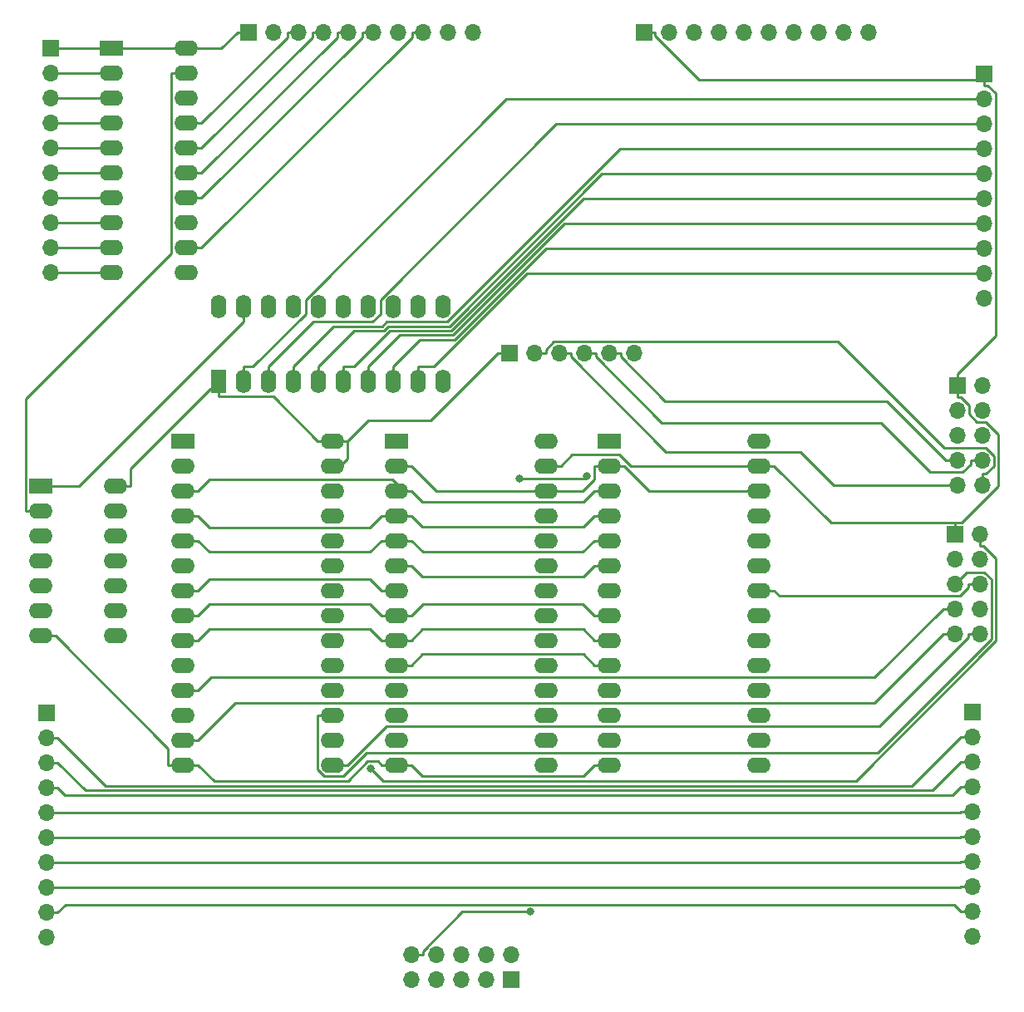
<source format=gbr>
%TF.GenerationSoftware,KiCad,Pcbnew,6.0.2+dfsg-1*%
%TF.CreationDate,2023-02-27T20:22:31-05:00*%
%TF.ProjectId,DatapathController,44617461-7061-4746-9843-6f6e74726f6c,rev?*%
%TF.SameCoordinates,Original*%
%TF.FileFunction,Copper,L1,Top*%
%TF.FilePolarity,Positive*%
%FSLAX46Y46*%
G04 Gerber Fmt 4.6, Leading zero omitted, Abs format (unit mm)*
G04 Created by KiCad (PCBNEW 6.0.2+dfsg-1) date 2023-02-27 20:22:31*
%MOMM*%
%LPD*%
G01*
G04 APERTURE LIST*
%TA.AperFunction,ComponentPad*%
%ADD10R,1.700000X1.700000*%
%TD*%
%TA.AperFunction,ComponentPad*%
%ADD11O,1.700000X1.700000*%
%TD*%
%TA.AperFunction,ComponentPad*%
%ADD12R,2.400000X1.600000*%
%TD*%
%TA.AperFunction,ComponentPad*%
%ADD13O,2.400000X1.600000*%
%TD*%
%TA.AperFunction,ComponentPad*%
%ADD14R,1.600000X2.400000*%
%TD*%
%TA.AperFunction,ComponentPad*%
%ADD15O,1.600000X2.400000*%
%TD*%
%TA.AperFunction,ViaPad*%
%ADD16C,0.800000*%
%TD*%
%TA.AperFunction,Conductor*%
%ADD17C,0.250000*%
%TD*%
G04 APERTURE END LIST*
D10*
%TO.P,J7,1,Pin_1*%
%TO.N,VCC*%
X112485000Y-53925000D03*
D11*
%TO.P,J7,2,Pin_2*%
%TO.N,Net-(J7-Pad2)*%
X115025000Y-53925000D03*
%TO.P,J7,3,Pin_3*%
%TO.N,Net-(J7-Pad3)*%
X112485000Y-56465000D03*
%TO.P,J7,4,Pin_4*%
%TO.N,Net-(J7-Pad4)*%
X115025000Y-56465000D03*
%TO.P,J7,5,Pin_5*%
%TO.N,Net-(J7-Pad5)*%
X112485000Y-59005000D03*
%TO.P,J7,6,Pin_6*%
%TO.N,GND*%
X115025000Y-59005000D03*
%TO.P,J7,7,Pin_7*%
%TO.N,Net-(J7-Pad7)*%
X112485000Y-61545000D03*
%TO.P,J7,8,Pin_8*%
%TO.N,Net-(J7-Pad8)*%
X115025000Y-61545000D03*
%TO.P,J7,9,Pin_9*%
%TO.N,Net-(J7-Pad9)*%
X112485000Y-64085000D03*
%TO.P,J7,10,Pin_10*%
%TO.N,Net-(J7-Pad10)*%
X115025000Y-64085000D03*
%TD*%
D10*
%TO.P,J6,1,Pin_1*%
%TO.N,VCC*%
X112225000Y-69045000D03*
D11*
%TO.P,J6,2,Pin_2*%
%TO.N,Net-(J6-Pad2)*%
X114765000Y-69045000D03*
%TO.P,J6,3,Pin_3*%
%TO.N,CLK*%
X112225000Y-71585000D03*
%TO.P,J6,4,Pin_4*%
%TO.N,unconnected-(J6-Pad4)*%
X114765000Y-71585000D03*
%TO.P,J6,5,Pin_5*%
%TO.N,Net-(J6-Pad5)*%
X112225000Y-74125000D03*
%TO.P,J6,6,Pin_6*%
%TO.N,GND*%
X114765000Y-74125000D03*
%TO.P,J6,7,Pin_7*%
%TO.N,Net-(J6-Pad7)*%
X112225000Y-76665000D03*
%TO.P,J6,8,Pin_8*%
%TO.N,Net-(J6-Pad8)*%
X114765000Y-76665000D03*
%TO.P,J6,9,Pin_9*%
%TO.N,Net-(J6-Pad9)*%
X112225000Y-79205000D03*
%TO.P,J6,10,Pin_10*%
%TO.N,Net-(J6-Pad10)*%
X114765000Y-79205000D03*
%TD*%
D12*
%TO.P,U6,1,A14*%
%TO.N,GND*%
X77055000Y-59535000D03*
D13*
%TO.P,U6,2,A12*%
X77055000Y-62075000D03*
%TO.P,U6,3,A7*%
%TO.N,/DecodeIns/A_{7}*%
X77055000Y-64615000D03*
%TO.P,U6,4,A6*%
%TO.N,/DecodeIns/A_{6}*%
X77055000Y-67155000D03*
%TO.P,U6,5,A5*%
%TO.N,/DecodeIns/A_{5}*%
X77055000Y-69695000D03*
%TO.P,U6,6,A4*%
%TO.N,/DecodeIns/A_{4}*%
X77055000Y-72235000D03*
%TO.P,U6,7,A3*%
%TO.N,/DecodeIns/A_{3}*%
X77055000Y-74775000D03*
%TO.P,U6,8,A2*%
%TO.N,/DecodeIns/A_{2}*%
X77055000Y-77315000D03*
%TO.P,U6,9,A1*%
%TO.N,/DecodeIns/A_{1}*%
X77055000Y-79855000D03*
%TO.P,U6,10,A0*%
%TO.N,/DecodeIns/A_{0}*%
X77055000Y-82395000D03*
%TO.P,U6,11,D0*%
%TO.N,Net-(J7-Pad2)*%
X77055000Y-84935000D03*
%TO.P,U6,12,D1*%
%TO.N,Net-(J7-Pad3)*%
X77055000Y-87475000D03*
%TO.P,U6,13,D2*%
%TO.N,Net-(J7-Pad4)*%
X77055000Y-90015000D03*
%TO.P,U6,14,GND*%
%TO.N,GND*%
X77055000Y-92555000D03*
%TO.P,U6,15,D3*%
%TO.N,Net-(J7-Pad5)*%
X92295000Y-92555000D03*
%TO.P,U6,16,D4*%
%TO.N,unconnected-(U6-Pad16)*%
X92295000Y-90015000D03*
%TO.P,U6,17,D5*%
%TO.N,unconnected-(U6-Pad17)*%
X92295000Y-87475000D03*
%TO.P,U6,18,D6*%
%TO.N,unconnected-(U6-Pad18)*%
X92295000Y-84935000D03*
%TO.P,U6,19,D7*%
%TO.N,unconnected-(U6-Pad19)*%
X92295000Y-82395000D03*
%TO.P,U6,20,~{CS}*%
%TO.N,GND*%
X92295000Y-79855000D03*
%TO.P,U6,21,A10*%
X92295000Y-77315000D03*
%TO.P,U6,22,~{OE}*%
X92295000Y-74775000D03*
%TO.P,U6,23,A11*%
X92295000Y-72235000D03*
%TO.P,U6,24,A9*%
X92295000Y-69695000D03*
%TO.P,U6,25,A8*%
X92295000Y-67155000D03*
%TO.P,U6,26,A13*%
X92295000Y-64615000D03*
%TO.P,U6,27,~{WE}*%
%TO.N,VCC*%
X92295000Y-62075000D03*
%TO.P,U6,28,VCC*%
X92295000Y-59535000D03*
%TD*%
D12*
%TO.P,U5,1,A14*%
%TO.N,GND*%
X33635000Y-59535000D03*
D13*
%TO.P,U5,2,A12*%
X33635000Y-62075000D03*
%TO.P,U5,3,A7*%
%TO.N,/DecodeIns/A_{7}*%
X33635000Y-64615000D03*
%TO.P,U5,4,A6*%
%TO.N,/DecodeIns/A_{6}*%
X33635000Y-67155000D03*
%TO.P,U5,5,A5*%
%TO.N,/DecodeIns/A_{5}*%
X33635000Y-69695000D03*
%TO.P,U5,6,A4*%
%TO.N,/DecodeIns/A_{4}*%
X33635000Y-72235000D03*
%TO.P,U5,7,A3*%
%TO.N,/DecodeIns/A_{3}*%
X33635000Y-74775000D03*
%TO.P,U5,8,A2*%
%TO.N,/DecodeIns/A_{2}*%
X33635000Y-77315000D03*
%TO.P,U5,9,A1*%
%TO.N,/DecodeIns/A_{1}*%
X33635000Y-79855000D03*
%TO.P,U5,10,A0*%
%TO.N,/DecodeIns/A_{0}*%
X33635000Y-82395000D03*
%TO.P,U5,11,D0*%
%TO.N,Net-(J6-Pad7)*%
X33635000Y-84935000D03*
%TO.P,U5,12,D1*%
%TO.N,Net-(J6-Pad8)*%
X33635000Y-87475000D03*
%TO.P,U5,13,D2*%
%TO.N,Net-(J6-Pad9)*%
X33635000Y-90015000D03*
%TO.P,U5,14,GND*%
%TO.N,GND*%
X33635000Y-92555000D03*
%TO.P,U5,15,D3*%
%TO.N,Net-(J6-Pad10)*%
X48875000Y-92555000D03*
%TO.P,U5,16,D4*%
%TO.N,Net-(J6-Pad2)*%
X48875000Y-90015000D03*
%TO.P,U5,17,D5*%
%TO.N,Net-(J6-Pad5)*%
X48875000Y-87475000D03*
%TO.P,U5,18,D6*%
%TO.N,unconnected-(U5-Pad18)*%
X48875000Y-84935000D03*
%TO.P,U5,19,D7*%
%TO.N,unconnected-(U5-Pad19)*%
X48875000Y-82395000D03*
%TO.P,U5,20,~{CS}*%
%TO.N,GND*%
X48875000Y-79855000D03*
%TO.P,U5,21,A10*%
X48875000Y-77315000D03*
%TO.P,U5,22,~{OE}*%
X48875000Y-74775000D03*
%TO.P,U5,23,A11*%
X48875000Y-72235000D03*
%TO.P,U5,24,A9*%
X48875000Y-69695000D03*
%TO.P,U5,25,A8*%
X48875000Y-67155000D03*
%TO.P,U5,26,A13*%
X48875000Y-64615000D03*
%TO.P,U5,27,~{WE}*%
%TO.N,VCC*%
X48875000Y-62075000D03*
%TO.P,U5,28,VCC*%
X48875000Y-59535000D03*
%TD*%
D12*
%TO.P,U4,1,A14*%
%TO.N,GND*%
X55345000Y-59535000D03*
D13*
%TO.P,U4,2,A12*%
X55345000Y-62075000D03*
%TO.P,U4,3,A7*%
%TO.N,/DecodeIns/A_{7}*%
X55345000Y-64615000D03*
%TO.P,U4,4,A6*%
%TO.N,/DecodeIns/A_{6}*%
X55345000Y-67155000D03*
%TO.P,U4,5,A5*%
%TO.N,/DecodeIns/A_{5}*%
X55345000Y-69695000D03*
%TO.P,U4,6,A4*%
%TO.N,/DecodeIns/A_{4}*%
X55345000Y-72235000D03*
%TO.P,U4,7,A3*%
%TO.N,/DecodeIns/A_{3}*%
X55345000Y-74775000D03*
%TO.P,U4,8,A2*%
%TO.N,/DecodeIns/A_{2}*%
X55345000Y-77315000D03*
%TO.P,U4,9,A1*%
%TO.N,/DecodeIns/A_{1}*%
X55345000Y-79855000D03*
%TO.P,U4,10,A0*%
%TO.N,/DecodeIns/A_{0}*%
X55345000Y-82395000D03*
%TO.P,U4,11,D0*%
%TO.N,Net-(J5-Pad7)*%
X55345000Y-84935000D03*
%TO.P,U4,12,D1*%
%TO.N,Net-(J5-Pad8)*%
X55345000Y-87475000D03*
%TO.P,U4,13,D2*%
%TO.N,Net-(J5-Pad9)*%
X55345000Y-90015000D03*
%TO.P,U4,14,GND*%
%TO.N,GND*%
X55345000Y-92555000D03*
%TO.P,U4,15,D3*%
%TO.N,Net-(J5-Pad10)*%
X70585000Y-92555000D03*
%TO.P,U4,16,D4*%
%TO.N,Net-(J5-Pad2)*%
X70585000Y-90015000D03*
%TO.P,U4,17,D5*%
%TO.N,Net-(J5-Pad3)*%
X70585000Y-87475000D03*
%TO.P,U4,18,D6*%
%TO.N,Net-(J5-Pad4)*%
X70585000Y-84935000D03*
%TO.P,U4,19,D7*%
%TO.N,unconnected-(U4-Pad19)*%
X70585000Y-82395000D03*
%TO.P,U4,20,~{CS}*%
%TO.N,GND*%
X70585000Y-79855000D03*
%TO.P,U4,21,A10*%
X70585000Y-77315000D03*
%TO.P,U4,22,~{OE}*%
X70585000Y-74775000D03*
%TO.P,U4,23,A11*%
X70585000Y-72235000D03*
%TO.P,U4,24,A9*%
X70585000Y-69695000D03*
%TO.P,U4,25,A8*%
X70585000Y-67155000D03*
%TO.P,U4,26,A13*%
X70585000Y-64615000D03*
%TO.P,U4,27,~{WE}*%
%TO.N,VCC*%
X70585000Y-62075000D03*
%TO.P,U4,28,VCC*%
X70585000Y-59535000D03*
%TD*%
D12*
%TO.P,U3,1,A->B*%
%TO.N,VCC*%
X26350000Y-19535000D03*
D13*
%TO.P,U3,2,A0*%
%TO.N,Net-(IMM1-Pad2)*%
X26350000Y-22075000D03*
%TO.P,U3,3,A1*%
%TO.N,Net-(IMM1-Pad3)*%
X26350000Y-24615000D03*
%TO.P,U3,4,A2*%
%TO.N,Net-(IMM1-Pad4)*%
X26350000Y-27155000D03*
%TO.P,U3,5,A3*%
%TO.N,Net-(IMM1-Pad5)*%
X26350000Y-29695000D03*
%TO.P,U3,6,A4*%
%TO.N,Net-(IMM1-Pad6)*%
X26350000Y-32235000D03*
%TO.P,U3,7,A5*%
%TO.N,Net-(IMM1-Pad7)*%
X26350000Y-34775000D03*
%TO.P,U3,8,A6*%
%TO.N,Net-(IMM1-Pad8)*%
X26350000Y-37315000D03*
%TO.P,U3,9,A7*%
%TO.N,Net-(IMM1-Pad9)*%
X26350000Y-39855000D03*
%TO.P,U3,10,GND*%
%TO.N,GND*%
X26350000Y-42395000D03*
%TO.P,U3,11,B7*%
%TO.N,Net-(J1-Pad9)*%
X33970000Y-42395000D03*
%TO.P,U3,12,B6*%
%TO.N,Net-(J1-Pad8)*%
X33970000Y-39855000D03*
%TO.P,U3,13,B5*%
%TO.N,Net-(J1-Pad7)*%
X33970000Y-37315000D03*
%TO.P,U3,14,B4*%
%TO.N,Net-(J1-Pad6)*%
X33970000Y-34775000D03*
%TO.P,U3,15,B3*%
%TO.N,Net-(J1-Pad5)*%
X33970000Y-32235000D03*
%TO.P,U3,16,B2*%
%TO.N,Net-(J1-Pad4)*%
X33970000Y-29695000D03*
%TO.P,U3,17,B1*%
%TO.N,Net-(J1-Pad3)*%
X33970000Y-27155000D03*
%TO.P,U3,18,B0*%
%TO.N,Net-(J1-Pad2)*%
X33970000Y-24615000D03*
%TO.P,U3,19,CE*%
%TO.N,Net-(U1-Pad2)*%
X33970000Y-22075000D03*
%TO.P,U3,20,VCC*%
%TO.N,VCC*%
X33970000Y-19535000D03*
%TD*%
D14*
%TO.P,U2,1,A->B*%
%TO.N,VCC*%
X37205000Y-53500000D03*
D15*
%TO.P,U2,2,A0*%
%TO.N,Net-(RD1-Pad2)*%
X39745000Y-53500000D03*
%TO.P,U2,3,A1*%
%TO.N,Net-(RD1-Pad3)*%
X42285000Y-53500000D03*
%TO.P,U2,4,A2*%
%TO.N,Net-(RD1-Pad4)*%
X44825000Y-53500000D03*
%TO.P,U2,5,A3*%
%TO.N,Net-(RD1-Pad5)*%
X47365000Y-53500000D03*
%TO.P,U2,6,A4*%
%TO.N,Net-(RD1-Pad6)*%
X49905000Y-53500000D03*
%TO.P,U2,7,A5*%
%TO.N,Net-(RD1-Pad7)*%
X52445000Y-53500000D03*
%TO.P,U2,8,A6*%
%TO.N,Net-(RD1-Pad8)*%
X54985000Y-53500000D03*
%TO.P,U2,9,A7*%
%TO.N,Net-(RD1-Pad9)*%
X57525000Y-53500000D03*
%TO.P,U2,10,GND*%
%TO.N,GND*%
X60065000Y-53500000D03*
%TO.P,U2,11,B7*%
%TO.N,Net-(J1-Pad9)*%
X60065000Y-45880000D03*
%TO.P,U2,12,B6*%
%TO.N,Net-(J1-Pad8)*%
X57525000Y-45880000D03*
%TO.P,U2,13,B5*%
%TO.N,Net-(J1-Pad7)*%
X54985000Y-45880000D03*
%TO.P,U2,14,B4*%
%TO.N,Net-(J1-Pad6)*%
X52445000Y-45880000D03*
%TO.P,U2,15,B3*%
%TO.N,Net-(J1-Pad5)*%
X49905000Y-45880000D03*
%TO.P,U2,16,B2*%
%TO.N,Net-(J1-Pad4)*%
X47365000Y-45880000D03*
%TO.P,U2,17,B1*%
%TO.N,Net-(J1-Pad3)*%
X44825000Y-45880000D03*
%TO.P,U2,18,B0*%
%TO.N,Net-(J1-Pad2)*%
X42285000Y-45880000D03*
%TO.P,U2,19,CE*%
%TO.N,~{IMM}*%
X39745000Y-45880000D03*
%TO.P,U2,20,VCC*%
%TO.N,VCC*%
X37205000Y-45880000D03*
%TD*%
D12*
%TO.P,U1,1*%
%TO.N,~{IMM}*%
X19110000Y-64165000D03*
D13*
%TO.P,U1,2*%
%TO.N,Net-(U1-Pad2)*%
X19110000Y-66705000D03*
%TO.P,U1,3*%
%TO.N,unconnected-(U1-Pad3)*%
X19110000Y-69245000D03*
%TO.P,U1,4*%
%TO.N,unconnected-(U1-Pad4)*%
X19110000Y-71785000D03*
%TO.P,U1,5*%
%TO.N,unconnected-(U1-Pad5)*%
X19110000Y-74325000D03*
%TO.P,U1,6*%
%TO.N,unconnected-(U1-Pad6)*%
X19110000Y-76865000D03*
%TO.P,U1,7,GND*%
%TO.N,GND*%
X19110000Y-79405000D03*
%TO.P,U1,8*%
%TO.N,unconnected-(U1-Pad8)*%
X26730000Y-79405000D03*
%TO.P,U1,9*%
%TO.N,unconnected-(U1-Pad9)*%
X26730000Y-76865000D03*
%TO.P,U1,10*%
%TO.N,unconnected-(U1-Pad10)*%
X26730000Y-74325000D03*
%TO.P,U1,11*%
%TO.N,unconnected-(U1-Pad11)*%
X26730000Y-71785000D03*
%TO.P,U1,12*%
%TO.N,unconnected-(U1-Pad12)*%
X26730000Y-69245000D03*
%TO.P,U1,13*%
%TO.N,unconnected-(U1-Pad13)*%
X26730000Y-66705000D03*
%TO.P,U1,14,VCC*%
%TO.N,VCC*%
X26730000Y-64165000D03*
%TD*%
D10*
%TO.P,RD1,1,Pin_1*%
%TO.N,VCC*%
X115205000Y-22140000D03*
D11*
%TO.P,RD1,2,Pin_2*%
%TO.N,Net-(RD1-Pad2)*%
X115205000Y-24680000D03*
%TO.P,RD1,3,Pin_3*%
%TO.N,Net-(RD1-Pad3)*%
X115205000Y-27220000D03*
%TO.P,RD1,4,Pin_4*%
%TO.N,Net-(RD1-Pad4)*%
X115205000Y-29760000D03*
%TO.P,RD1,5,Pin_5*%
%TO.N,Net-(RD1-Pad5)*%
X115205000Y-32300000D03*
%TO.P,RD1,6,Pin_6*%
%TO.N,Net-(RD1-Pad6)*%
X115205000Y-34840000D03*
%TO.P,RD1,7,Pin_7*%
%TO.N,Net-(RD1-Pad7)*%
X115205000Y-37380000D03*
%TO.P,RD1,8,Pin_8*%
%TO.N,Net-(RD1-Pad8)*%
X115205000Y-39920000D03*
%TO.P,RD1,9,Pin_9*%
%TO.N,Net-(RD1-Pad9)*%
X115205000Y-42460000D03*
%TO.P,RD1,10,Pin_10*%
%TO.N,GND*%
X115205000Y-45000000D03*
%TD*%
D10*
%TO.P,J8,1,Pin_1*%
%TO.N,VCC*%
X66850000Y-50600000D03*
D11*
%TO.P,J8,2,Pin_2*%
%TO.N,Net-(J7-Pad10)*%
X69390000Y-50600000D03*
%TO.P,J8,3,Pin_3*%
%TO.N,Net-(J7-Pad9)*%
X71930000Y-50600000D03*
%TO.P,J8,4,Pin_4*%
%TO.N,Net-(J7-Pad8)*%
X74470000Y-50600000D03*
%TO.P,J8,5,Pin_5*%
%TO.N,Net-(J7-Pad7)*%
X77010000Y-50600000D03*
%TO.P,J8,6,Pin_6*%
%TO.N,GND*%
X79550000Y-50600000D03*
%TD*%
D10*
%TO.P,J5,1,Pin_1*%
%TO.N,VCC*%
X67040000Y-114426500D03*
D11*
%TO.P,J5,2,Pin_2*%
%TO.N,Net-(J5-Pad2)*%
X67040000Y-111886500D03*
%TO.P,J5,3,Pin_3*%
%TO.N,Net-(J5-Pad3)*%
X64500000Y-114426500D03*
%TO.P,J5,4,Pin_4*%
%TO.N,Net-(J5-Pad4)*%
X64500000Y-111886500D03*
%TO.P,J5,5,Pin_5*%
%TO.N,CLK*%
X61960000Y-114426500D03*
%TO.P,J5,6,Pin_6*%
%TO.N,GND*%
X61960000Y-111886500D03*
%TO.P,J5,7,Pin_7*%
%TO.N,Net-(J5-Pad7)*%
X59420000Y-114426500D03*
%TO.P,J5,8,Pin_8*%
%TO.N,Net-(J5-Pad8)*%
X59420000Y-111886500D03*
%TO.P,J5,9,Pin_9*%
%TO.N,Net-(J5-Pad9)*%
X56880000Y-114426500D03*
%TO.P,J5,10,Pin_10*%
%TO.N,Net-(J5-Pad10)*%
X56880000Y-111886500D03*
%TD*%
D10*
%TO.P,J4,1,Pin_1*%
%TO.N,VCC*%
X114045000Y-87140000D03*
D11*
%TO.P,J4,2,Pin_2*%
%TO.N,Net-(J3-Pad2)*%
X114045000Y-89680000D03*
%TO.P,J4,3,Pin_3*%
%TO.N,Net-(J3-Pad3)*%
X114045000Y-92220000D03*
%TO.P,J4,4,Pin_4*%
%TO.N,Net-(J3-Pad4)*%
X114045000Y-94760000D03*
%TO.P,J4,5,Pin_5*%
%TO.N,Net-(J3-Pad5)*%
X114045000Y-97300000D03*
%TO.P,J4,6,Pin_6*%
%TO.N,Net-(J3-Pad6)*%
X114045000Y-99840000D03*
%TO.P,J4,7,Pin_7*%
%TO.N,Net-(J3-Pad7)*%
X114045000Y-102380000D03*
%TO.P,J4,8,Pin_8*%
%TO.N,Net-(J3-Pad8)*%
X114045000Y-104920000D03*
%TO.P,J4,9,Pin_9*%
%TO.N,Net-(J3-Pad9)*%
X114045000Y-107460000D03*
%TO.P,J4,10,Pin_10*%
%TO.N,GND*%
X114045000Y-110000000D03*
%TD*%
D10*
%TO.P,J3,1,Pin_1*%
%TO.N,VCC*%
X19680000Y-87260000D03*
D11*
%TO.P,J3,2,Pin_2*%
%TO.N,Net-(J3-Pad2)*%
X19680000Y-89800000D03*
%TO.P,J3,3,Pin_3*%
%TO.N,Net-(J3-Pad3)*%
X19680000Y-92340000D03*
%TO.P,J3,4,Pin_4*%
%TO.N,Net-(J3-Pad4)*%
X19680000Y-94880000D03*
%TO.P,J3,5,Pin_5*%
%TO.N,Net-(J3-Pad5)*%
X19680000Y-97420000D03*
%TO.P,J3,6,Pin_6*%
%TO.N,Net-(J3-Pad6)*%
X19680000Y-99960000D03*
%TO.P,J3,7,Pin_7*%
%TO.N,Net-(J3-Pad7)*%
X19680000Y-102500000D03*
%TO.P,J3,8,Pin_8*%
%TO.N,Net-(J3-Pad8)*%
X19680000Y-105040000D03*
%TO.P,J3,9,Pin_9*%
%TO.N,Net-(J3-Pad9)*%
X19680000Y-107580000D03*
%TO.P,J3,10,Pin_10*%
%TO.N,GND*%
X19680000Y-110120000D03*
%TD*%
D10*
%TO.P,J2,1,Pin_1*%
%TO.N,VCC*%
X80550000Y-17910000D03*
D11*
%TO.P,J2,2,Pin_2*%
%TO.N,/DecodeIns/A_{0}*%
X83090000Y-17910000D03*
%TO.P,J2,3,Pin_3*%
%TO.N,/DecodeIns/A_{1}*%
X85630000Y-17910000D03*
%TO.P,J2,4,Pin_4*%
%TO.N,/DecodeIns/A_{2}*%
X88170000Y-17910000D03*
%TO.P,J2,5,Pin_5*%
%TO.N,/DecodeIns/A_{3}*%
X90710000Y-17910000D03*
%TO.P,J2,6,Pin_6*%
%TO.N,/DecodeIns/A_{4}*%
X93250000Y-17910000D03*
%TO.P,J2,7,Pin_7*%
%TO.N,/DecodeIns/A_{5}*%
X95790000Y-17910000D03*
%TO.P,J2,8,Pin_8*%
%TO.N,/DecodeIns/A_{6}*%
X98330000Y-17910000D03*
%TO.P,J2,9,Pin_9*%
%TO.N,/DecodeIns/A_{7}*%
X100870000Y-17910000D03*
%TO.P,J2,10,Pin_10*%
%TO.N,GND*%
X103410000Y-17910000D03*
%TD*%
D10*
%TO.P,J1,1,Pin_1*%
%TO.N,VCC*%
X40330000Y-17885000D03*
D11*
%TO.P,J1,2,Pin_2*%
%TO.N,Net-(J1-Pad2)*%
X42870000Y-17885000D03*
%TO.P,J1,3,Pin_3*%
%TO.N,Net-(J1-Pad3)*%
X45410000Y-17885000D03*
%TO.P,J1,4,Pin_4*%
%TO.N,Net-(J1-Pad4)*%
X47950000Y-17885000D03*
%TO.P,J1,5,Pin_5*%
%TO.N,Net-(J1-Pad5)*%
X50490000Y-17885000D03*
%TO.P,J1,6,Pin_6*%
%TO.N,Net-(J1-Pad6)*%
X53030000Y-17885000D03*
%TO.P,J1,7,Pin_7*%
%TO.N,Net-(J1-Pad7)*%
X55570000Y-17885000D03*
%TO.P,J1,8,Pin_8*%
%TO.N,Net-(J1-Pad8)*%
X58110000Y-17885000D03*
%TO.P,J1,9,Pin_9*%
%TO.N,Net-(J1-Pad9)*%
X60650000Y-17885000D03*
%TO.P,J1,10,Pin_10*%
%TO.N,GND*%
X63190000Y-17885000D03*
%TD*%
D10*
%TO.P,IMM1,1,Pin_1*%
%TO.N,VCC*%
X20110000Y-19550000D03*
D11*
%TO.P,IMM1,2,Pin_2*%
%TO.N,Net-(IMM1-Pad2)*%
X20110000Y-22090000D03*
%TO.P,IMM1,3,Pin_3*%
%TO.N,Net-(IMM1-Pad3)*%
X20110000Y-24630000D03*
%TO.P,IMM1,4,Pin_4*%
%TO.N,Net-(IMM1-Pad4)*%
X20110000Y-27170000D03*
%TO.P,IMM1,5,Pin_5*%
%TO.N,Net-(IMM1-Pad5)*%
X20110000Y-29710000D03*
%TO.P,IMM1,6,Pin_6*%
%TO.N,Net-(IMM1-Pad6)*%
X20110000Y-32250000D03*
%TO.P,IMM1,7,Pin_7*%
%TO.N,Net-(IMM1-Pad7)*%
X20110000Y-34790000D03*
%TO.P,IMM1,8,Pin_8*%
%TO.N,Net-(IMM1-Pad8)*%
X20110000Y-37330000D03*
%TO.P,IMM1,9,Pin_9*%
%TO.N,Net-(IMM1-Pad9)*%
X20110000Y-39870000D03*
%TO.P,IMM1,10,Pin_10*%
%TO.N,GND*%
X20110000Y-42410000D03*
%TD*%
D16*
%TO.N,Net-(J6-Pad2)*%
X52752400Y-92918800D03*
%TO.N,Net-(J5-Pad10)*%
X69028700Y-107522300D03*
%TO.N,/DecodeIns/A_{3}*%
X74778000Y-63129900D03*
X67925200Y-63345000D03*
%TD*%
D17*
%TO.N,Net-(U1-Pad2)*%
X32444900Y-40418800D02*
X32444900Y-22075000D01*
X17584900Y-55278800D02*
X32444900Y-40418800D01*
X17584900Y-66705000D02*
X17584900Y-55278800D01*
X19110000Y-66705000D02*
X17584900Y-66705000D01*
X33970000Y-22075000D02*
X32444900Y-22075000D01*
%TO.N,~{IMM}*%
X22985100Y-64165000D02*
X39745000Y-47405100D01*
X19110000Y-64165000D02*
X22985100Y-64165000D01*
X39745000Y-45880000D02*
X39745000Y-47405100D01*
%TO.N,Net-(RD1-Pad9)*%
X57525000Y-53500000D02*
X57525000Y-51974900D01*
X68693000Y-42460000D02*
X115205000Y-42460000D01*
X59178100Y-51974900D02*
X68693000Y-42460000D01*
X57525000Y-51974900D02*
X59178100Y-51974900D01*
%TO.N,Net-(RD1-Pad8)*%
X54985000Y-53500000D02*
X54985000Y-51974900D01*
X70596400Y-39920000D02*
X115205000Y-39920000D01*
X61310800Y-49205600D02*
X70596400Y-39920000D01*
X57754300Y-49205600D02*
X61310800Y-49205600D01*
X54985000Y-51974900D02*
X57754300Y-49205600D01*
%TO.N,Net-(RD1-Pad7)*%
X52445000Y-53500000D02*
X52445000Y-51974900D01*
X72499800Y-37380000D02*
X115205000Y-37380000D01*
X61124300Y-48755500D02*
X72499800Y-37380000D01*
X55664400Y-48755500D02*
X61124300Y-48755500D01*
X52445000Y-51974900D02*
X55664400Y-48755500D01*
%TO.N,Net-(RD1-Pad6)*%
X49905000Y-53500000D02*
X49905000Y-51974900D01*
X74403200Y-34840000D02*
X115205000Y-34840000D01*
X60937800Y-48305400D02*
X74403200Y-34840000D01*
X54724500Y-48305400D02*
X60937800Y-48305400D01*
X51055000Y-51974900D02*
X54724500Y-48305400D01*
X49905000Y-51974900D02*
X51055000Y-51974900D01*
%TO.N,Net-(RD1-Pad5)*%
X47365000Y-53500000D02*
X47365000Y-51974900D01*
X115205000Y-32300000D02*
X114029900Y-32300000D01*
X76306600Y-32300000D02*
X114029900Y-32300000D01*
X60751300Y-47855300D02*
X76306600Y-32300000D01*
X54538000Y-47855300D02*
X60751300Y-47855300D01*
X54088000Y-48305300D02*
X54538000Y-47855300D01*
X51034600Y-48305300D02*
X54088000Y-48305300D01*
X47365000Y-51974900D02*
X51034600Y-48305300D01*
%TO.N,Net-(RD1-Pad4)*%
X44825000Y-53500000D02*
X44825000Y-51974900D01*
X114029900Y-29760100D02*
X114029900Y-29760000D01*
X78176000Y-29760100D02*
X114029900Y-29760100D01*
X60531000Y-47405100D02*
X78176000Y-29760100D01*
X54351500Y-47405100D02*
X60531000Y-47405100D01*
X53901400Y-47855200D02*
X54351500Y-47405100D01*
X48944700Y-47855200D02*
X53901400Y-47855200D01*
X44825000Y-51974900D02*
X48944700Y-47855200D01*
X115205000Y-29760000D02*
X114029900Y-29760000D01*
%TO.N,Net-(RD1-Pad3)*%
X46854800Y-47405100D02*
X42285000Y-51974900D01*
X52915100Y-47405100D02*
X46854800Y-47405100D01*
X53715000Y-46605200D02*
X52915100Y-47405100D01*
X53715000Y-45154600D02*
X53715000Y-46605200D01*
X71649600Y-27220000D02*
X53715000Y-45154600D01*
X115205000Y-27220000D02*
X71649600Y-27220000D01*
X42285000Y-53500000D02*
X42285000Y-51974900D01*
%TO.N,Net-(RD1-Pad2)*%
X40740700Y-51974900D02*
X39745000Y-51974900D01*
X46095000Y-46620600D02*
X40740700Y-51974900D01*
X46095000Y-45154500D02*
X46095000Y-46620600D01*
X66569500Y-24680000D02*
X46095000Y-45154500D01*
X115205000Y-24680000D02*
X66569500Y-24680000D01*
X39745000Y-53500000D02*
X39745000Y-51974900D01*
%TO.N,Net-(J7-Pad10)*%
X115390200Y-62909900D02*
X115025000Y-62909900D01*
X116216000Y-62084100D02*
X115390200Y-62909900D01*
X116216000Y-61061400D02*
X116216000Y-62084100D01*
X115429600Y-60275000D02*
X116216000Y-61061400D01*
X111159600Y-60275000D02*
X115429600Y-60275000D01*
X100291300Y-49406700D02*
X111159600Y-60275000D01*
X71391200Y-49406700D02*
X100291300Y-49406700D01*
X70565100Y-50232800D02*
X71391200Y-49406700D01*
X70565100Y-50600000D02*
X70565100Y-50232800D01*
X69390000Y-50600000D02*
X70565100Y-50600000D01*
X115025000Y-64085000D02*
X115025000Y-62909900D01*
%TO.N,Net-(J7-Pad9)*%
X99928700Y-64085000D02*
X112485000Y-64085000D01*
X96503900Y-60660200D02*
X99928700Y-64085000D01*
X82798100Y-60660200D02*
X96503900Y-60660200D01*
X73105100Y-50967200D02*
X82798100Y-60660200D01*
X73105100Y-50600000D02*
X73105100Y-50967200D01*
X71930000Y-50600000D02*
X73105100Y-50600000D01*
%TO.N,Net-(J7-Pad8)*%
X113849900Y-61910200D02*
X113849900Y-61545000D01*
X113033900Y-62726200D02*
X113849900Y-61910200D01*
X109708300Y-62726200D02*
X113033900Y-62726200D01*
X104693500Y-57711400D02*
X109708300Y-62726200D01*
X82389300Y-57711400D02*
X104693500Y-57711400D01*
X75645100Y-50967200D02*
X82389300Y-57711400D01*
X75645100Y-50600000D02*
X75645100Y-50967200D01*
X74470000Y-50600000D02*
X75645100Y-50600000D01*
X115025000Y-61545000D02*
X113849900Y-61545000D01*
%TO.N,Net-(J7-Pad7)*%
X77010000Y-50600000D02*
X78185100Y-50600000D01*
X112485000Y-61545000D02*
X111309900Y-61545000D01*
X105296200Y-55531300D02*
X111309900Y-61545000D01*
X82749100Y-55531300D02*
X105296200Y-55531300D01*
X78185100Y-50967300D02*
X82749100Y-55531300D01*
X78185100Y-50600000D02*
X78185100Y-50967300D01*
%TO.N,Net-(J6-Pad10)*%
X48875000Y-92555000D02*
X50400100Y-92555000D01*
X114765000Y-79205000D02*
X113589900Y-79205000D01*
X54318200Y-88636900D02*
X50400100Y-92555000D01*
X104523200Y-88636900D02*
X54318200Y-88636900D01*
X113589900Y-79570200D02*
X104523200Y-88636900D01*
X113589900Y-79205000D02*
X113589900Y-79570200D01*
%TO.N,Net-(J6-Pad9)*%
X104049900Y-86205000D02*
X111049900Y-79205000D01*
X38970100Y-86205000D02*
X104049900Y-86205000D01*
X35160100Y-90015000D02*
X38970100Y-86205000D01*
X33635000Y-90015000D02*
X35160100Y-90015000D01*
X112225000Y-79205000D02*
X111049900Y-79205000D01*
%TO.N,Net-(J6-Pad7)*%
X104084700Y-83630200D02*
X111049900Y-76665000D01*
X36464900Y-83630200D02*
X104084700Y-83630200D01*
X35160100Y-84935000D02*
X36464900Y-83630200D01*
X33635000Y-84935000D02*
X35160100Y-84935000D01*
X112225000Y-76665000D02*
X111049900Y-76665000D01*
%TO.N,Net-(J6-Pad5)*%
X48875000Y-87475000D02*
X47349900Y-87475000D01*
X47349900Y-93022100D02*
X47349900Y-87475000D01*
X48017800Y-93690000D02*
X47349900Y-93022100D01*
X49901800Y-93690000D02*
X48017800Y-93690000D01*
X52306800Y-91285000D02*
X49901800Y-93690000D01*
X104356800Y-91285000D02*
X52306800Y-91285000D01*
X115959200Y-79682600D02*
X104356800Y-91285000D01*
X115959200Y-73653400D02*
X115959200Y-79682600D01*
X115237500Y-72931700D02*
X115959200Y-73653400D01*
X113418300Y-72931700D02*
X115237500Y-72931700D01*
X112225000Y-74125000D02*
X113418300Y-72931700D01*
%TO.N,Net-(J6-Pad2)*%
X115130200Y-70220100D02*
X114765000Y-70220100D01*
X116425700Y-71515600D02*
X115130200Y-70220100D01*
X116425700Y-79883200D02*
X116425700Y-71515600D01*
X102147900Y-94161000D02*
X116425700Y-79883200D01*
X53994600Y-94161000D02*
X102147900Y-94161000D01*
X52752400Y-92918800D02*
X53994600Y-94161000D01*
X114765000Y-69045000D02*
X114765000Y-70220100D01*
%TO.N,Net-(J5-Pad10)*%
X62052100Y-107522300D02*
X69028700Y-107522300D01*
X58055100Y-111519300D02*
X62052100Y-107522300D01*
X58055100Y-111886500D02*
X58055100Y-111519300D01*
X56880000Y-111886500D02*
X58055100Y-111886500D01*
%TO.N,Net-(J3-Pad9)*%
X112187500Y-106777600D02*
X112869900Y-107460000D01*
X21657500Y-106777600D02*
X112187500Y-106777600D01*
X20855100Y-107580000D02*
X21657500Y-106777600D01*
X19680000Y-107580000D02*
X20855100Y-107580000D01*
X114045000Y-107460000D02*
X112869900Y-107460000D01*
%TO.N,Net-(J3-Pad8)*%
X112749900Y-105040000D02*
X112869900Y-104920000D01*
X19680000Y-105040000D02*
X112749900Y-105040000D01*
X114045000Y-104920000D02*
X112869900Y-104920000D01*
%TO.N,Net-(J3-Pad7)*%
X112749900Y-102500000D02*
X112869900Y-102380000D01*
X19680000Y-102500000D02*
X112749900Y-102500000D01*
X114045000Y-102380000D02*
X112869900Y-102380000D01*
%TO.N,Net-(J3-Pad6)*%
X112749900Y-99960000D02*
X112869900Y-99840000D01*
X19680000Y-99960000D02*
X112749900Y-99960000D01*
X114045000Y-99840000D02*
X112869900Y-99840000D01*
%TO.N,Net-(J3-Pad5)*%
X112749900Y-97420000D02*
X112869900Y-97300000D01*
X19680000Y-97420000D02*
X112749900Y-97420000D01*
X114045000Y-97300000D02*
X112869900Y-97300000D01*
%TO.N,Net-(J3-Pad4)*%
X19680000Y-94880000D02*
X20855100Y-94880000D01*
X114045000Y-94760000D02*
X112869900Y-94760000D01*
X111984300Y-95645600D02*
X112869900Y-94760000D01*
X21620700Y-95645600D02*
X111984300Y-95645600D01*
X20855100Y-94880000D02*
X21620700Y-95645600D01*
%TO.N,Net-(J3-Pad3)*%
X19680000Y-92340000D02*
X20855100Y-92340000D01*
X114045000Y-92220000D02*
X112869900Y-92220000D01*
X109946800Y-95143100D02*
X112869900Y-92220000D01*
X23658200Y-95143100D02*
X109946800Y-95143100D01*
X20855100Y-92340000D02*
X23658200Y-95143100D01*
%TO.N,Net-(J3-Pad2)*%
X19680000Y-89800000D02*
X20855100Y-89800000D01*
X114045000Y-89680000D02*
X112869900Y-89680000D01*
X107870000Y-94679900D02*
X112869900Y-89680000D01*
X25735000Y-94679900D02*
X107870000Y-94679900D01*
X20855100Y-89800000D02*
X25735000Y-94679900D01*
%TO.N,/DecodeIns/A_{7}*%
X58019500Y-65764400D02*
X56870100Y-64615000D01*
X74380500Y-65764400D02*
X58019500Y-65764400D01*
X75529900Y-64615000D02*
X74380500Y-65764400D01*
X77055000Y-64615000D02*
X75529900Y-64615000D01*
X55345000Y-64615000D02*
X56107600Y-64615000D01*
X56107600Y-64615000D02*
X56870100Y-64615000D01*
X36350600Y-63424500D02*
X35160100Y-64615000D01*
X54917100Y-63424500D02*
X36350600Y-63424500D01*
X56107600Y-64615000D02*
X54917100Y-63424500D01*
X33635000Y-64615000D02*
X35160100Y-64615000D01*
%TO.N,/DecodeIns/A_{6}*%
X36350600Y-68345500D02*
X35160100Y-67155000D01*
X52629400Y-68345500D02*
X36350600Y-68345500D01*
X53819900Y-67155000D02*
X52629400Y-68345500D01*
X55345000Y-67155000D02*
X53819900Y-67155000D01*
X33635000Y-67155000D02*
X35160100Y-67155000D01*
X58019500Y-68304400D02*
X56870100Y-67155000D01*
X74380500Y-68304400D02*
X58019500Y-68304400D01*
X75529900Y-67155000D02*
X74380500Y-68304400D01*
X77055000Y-67155000D02*
X75529900Y-67155000D01*
X55345000Y-67155000D02*
X56870100Y-67155000D01*
%TO.N,/DecodeIns/A_{5}*%
X36294300Y-70829200D02*
X35160100Y-69695000D01*
X52685700Y-70829200D02*
X36294300Y-70829200D01*
X53819900Y-69695000D02*
X52685700Y-70829200D01*
X55345000Y-69695000D02*
X53819900Y-69695000D01*
X33635000Y-69695000D02*
X35160100Y-69695000D01*
X58035600Y-70860500D02*
X56870100Y-69695000D01*
X74364400Y-70860500D02*
X58035600Y-70860500D01*
X75529900Y-69695000D02*
X74364400Y-70860500D01*
X77055000Y-69695000D02*
X75529900Y-69695000D01*
X55345000Y-69695000D02*
X56870100Y-69695000D01*
%TO.N,/DecodeIns/A_{4}*%
X58019500Y-73384400D02*
X56870100Y-72235000D01*
X74380500Y-73384400D02*
X58019500Y-73384400D01*
X75529900Y-72235000D02*
X74380500Y-73384400D01*
X77055000Y-72235000D02*
X75529900Y-72235000D01*
X55345000Y-72235000D02*
X56870100Y-72235000D01*
%TO.N,/DecodeIns/A_{3}*%
X36340800Y-73594300D02*
X35160100Y-74775000D01*
X52639200Y-73594300D02*
X36340800Y-73594300D01*
X53819900Y-74775000D02*
X52639200Y-73594300D01*
X55345000Y-74775000D02*
X53819900Y-74775000D01*
X33635000Y-74775000D02*
X35160100Y-74775000D01*
X74562900Y-63345000D02*
X74778000Y-63129900D01*
X67925200Y-63345000D02*
X74562900Y-63345000D01*
%TO.N,/DecodeIns/A_{2}*%
X36309500Y-76165600D02*
X35160100Y-77315000D01*
X52670500Y-76165600D02*
X36309500Y-76165600D01*
X53819900Y-77315000D02*
X52670500Y-76165600D01*
X55345000Y-77315000D02*
X53819900Y-77315000D01*
X33635000Y-77315000D02*
X35160100Y-77315000D01*
X58060600Y-76124500D02*
X56870100Y-77315000D01*
X74339400Y-76124500D02*
X58060600Y-76124500D01*
X75529900Y-77315000D02*
X74339400Y-76124500D01*
X77055000Y-77315000D02*
X75529900Y-77315000D01*
X55345000Y-77315000D02*
X56870100Y-77315000D01*
%TO.N,/DecodeIns/A_{1}*%
X36309500Y-78705600D02*
X35160100Y-79855000D01*
X52670500Y-78705600D02*
X36309500Y-78705600D01*
X53819900Y-79855000D02*
X52670500Y-78705600D01*
X55345000Y-79855000D02*
X53819900Y-79855000D01*
X33635000Y-79855000D02*
X35160100Y-79855000D01*
X58019500Y-78705600D02*
X56870100Y-79855000D01*
X74380500Y-78705600D02*
X58019500Y-78705600D01*
X75529900Y-79855000D02*
X74380500Y-78705600D01*
X77055000Y-79855000D02*
X75529900Y-79855000D01*
X55345000Y-79855000D02*
X56870100Y-79855000D01*
%TO.N,/DecodeIns/A_{0}*%
X57995200Y-81269900D02*
X56870100Y-82395000D01*
X74404800Y-81269900D02*
X57995200Y-81269900D01*
X75529900Y-82395000D02*
X74404800Y-81269900D01*
X77055000Y-82395000D02*
X75529900Y-82395000D01*
X55345000Y-82395000D02*
X56870100Y-82395000D01*
%TO.N,Net-(J1-Pad8)*%
X56934900Y-18415200D02*
X35495100Y-39855000D01*
X56934900Y-17885000D02*
X56934900Y-18415200D01*
X58110000Y-17885000D02*
X56934900Y-17885000D01*
X33970000Y-39855000D02*
X35495100Y-39855000D01*
%TO.N,Net-(J1-Pad6)*%
X51854900Y-18415200D02*
X35495100Y-34775000D01*
X51854900Y-17885000D02*
X51854900Y-18415200D01*
X53030000Y-17885000D02*
X51854900Y-17885000D01*
X33970000Y-34775000D02*
X35495100Y-34775000D01*
%TO.N,Net-(J1-Pad5)*%
X49314900Y-18415200D02*
X35495100Y-32235000D01*
X49314900Y-17885000D02*
X49314900Y-18415200D01*
X50490000Y-17885000D02*
X49314900Y-17885000D01*
X33970000Y-32235000D02*
X35495100Y-32235000D01*
%TO.N,Net-(J1-Pad4)*%
X46774900Y-18415200D02*
X35495100Y-29695000D01*
X46774900Y-17885000D02*
X46774900Y-18415200D01*
X47950000Y-17885000D02*
X46774900Y-17885000D01*
X33970000Y-29695000D02*
X35495100Y-29695000D01*
%TO.N,Net-(J1-Pad3)*%
X44234900Y-18415200D02*
X35495100Y-27155000D01*
X44234900Y-17885000D02*
X44234900Y-18415200D01*
X45410000Y-17885000D02*
X44234900Y-17885000D01*
X33970000Y-27155000D02*
X35495100Y-27155000D01*
%TO.N,GND*%
X24809900Y-42410000D02*
X24824900Y-42395000D01*
X20110000Y-42410000D02*
X24809900Y-42410000D01*
X26350000Y-42395000D02*
X24824900Y-42395000D01*
X70585000Y-64615000D02*
X72110100Y-64615000D01*
X59410100Y-64615000D02*
X70585000Y-64615000D01*
X56870100Y-62075000D02*
X59410100Y-64615000D01*
X55345000Y-62075000D02*
X56870100Y-62075000D01*
X81120100Y-64615000D02*
X78580100Y-62075000D01*
X92295000Y-64615000D02*
X81120100Y-64615000D01*
X77055000Y-62075000D02*
X78580100Y-62075000D01*
X113589900Y-74490200D02*
X113589900Y-74125000D01*
X112762600Y-75317500D02*
X113589900Y-74490200D01*
X94362600Y-75317500D02*
X112762600Y-75317500D01*
X93820100Y-74775000D02*
X94362600Y-75317500D01*
X92295000Y-74775000D02*
X93820100Y-74775000D01*
X114765000Y-74125000D02*
X113589900Y-74125000D01*
X77055000Y-62075000D02*
X75529900Y-62075000D01*
X74396600Y-93688300D02*
X75529900Y-92555000D01*
X58003400Y-93688300D02*
X74396600Y-93688300D01*
X56870100Y-92555000D02*
X58003400Y-93688300D01*
X77055000Y-92555000D02*
X75529900Y-92555000D01*
X75529900Y-63435100D02*
X75529900Y-62075000D01*
X74350000Y-64615000D02*
X75529900Y-63435100D01*
X72110100Y-64615000D02*
X74350000Y-64615000D01*
X32109900Y-90879800D02*
X20635100Y-79405000D01*
X32109900Y-92555000D02*
X32109900Y-90879800D01*
X33635000Y-92555000D02*
X32109900Y-92555000D01*
X19110000Y-79405000D02*
X20635100Y-79405000D01*
X56107600Y-92555000D02*
X56870100Y-92555000D01*
X56107600Y-92555000D02*
X55345000Y-92555000D01*
X36782500Y-94177400D02*
X35160100Y-92555000D01*
X50456300Y-94177400D02*
X36782500Y-94177400D01*
X52440100Y-92193600D02*
X50456300Y-94177400D01*
X53458500Y-92193600D02*
X52440100Y-92193600D01*
X53819900Y-92555000D02*
X53458500Y-92193600D01*
X55345000Y-92555000D02*
X53819900Y-92555000D01*
X33635000Y-92555000D02*
X35160100Y-92555000D01*
%TO.N,Net-(IMM1-Pad9)*%
X24809900Y-39870000D02*
X24824900Y-39855000D01*
X20110000Y-39870000D02*
X24809900Y-39870000D01*
X26350000Y-39855000D02*
X24824900Y-39855000D01*
%TO.N,Net-(IMM1-Pad8)*%
X24809900Y-37330000D02*
X24824900Y-37315000D01*
X20110000Y-37330000D02*
X24809900Y-37330000D01*
X26350000Y-37315000D02*
X24824900Y-37315000D01*
%TO.N,Net-(IMM1-Pad7)*%
X24809900Y-34790000D02*
X24824900Y-34775000D01*
X20110000Y-34790000D02*
X24809900Y-34790000D01*
X26350000Y-34775000D02*
X24824900Y-34775000D01*
%TO.N,Net-(IMM1-Pad6)*%
X24809900Y-32250000D02*
X24824900Y-32235000D01*
X20110000Y-32250000D02*
X24809900Y-32250000D01*
X26350000Y-32235000D02*
X24824900Y-32235000D01*
%TO.N,Net-(IMM1-Pad5)*%
X24809900Y-29710000D02*
X24824900Y-29695000D01*
X20110000Y-29710000D02*
X24809900Y-29710000D01*
X26350000Y-29695000D02*
X24824900Y-29695000D01*
%TO.N,Net-(IMM1-Pad4)*%
X24809900Y-27170000D02*
X24824900Y-27155000D01*
X20110000Y-27170000D02*
X24809900Y-27170000D01*
X26350000Y-27155000D02*
X24824900Y-27155000D01*
%TO.N,Net-(IMM1-Pad3)*%
X24809900Y-24630000D02*
X24824900Y-24615000D01*
X20110000Y-24630000D02*
X24809900Y-24630000D01*
X26350000Y-24615000D02*
X24824900Y-24615000D01*
%TO.N,Net-(IMM1-Pad2)*%
X24809900Y-22090000D02*
X24824900Y-22075000D01*
X20110000Y-22090000D02*
X24809900Y-22090000D01*
X26350000Y-22075000D02*
X24824900Y-22075000D01*
%TO.N,VCC*%
X24809900Y-19550000D02*
X24824900Y-19535000D01*
X20110000Y-19550000D02*
X24809900Y-19550000D01*
X26350000Y-19535000D02*
X24824900Y-19535000D01*
X42840000Y-55025100D02*
X47349900Y-59535000D01*
X37205000Y-55025100D02*
X42840000Y-55025100D01*
X48875000Y-59535000D02*
X47349900Y-59535000D01*
X112225000Y-69045000D02*
X112225000Y-67869900D01*
X37205000Y-53500000D02*
X37205000Y-54262500D01*
X37205000Y-54262500D02*
X37205000Y-55025100D01*
X28255100Y-62402300D02*
X28255100Y-64165000D01*
X36394900Y-54262500D02*
X28255100Y-62402300D01*
X37205000Y-54262500D02*
X36394900Y-54262500D01*
X26730000Y-64165000D02*
X28255100Y-64165000D01*
X92295000Y-62075000D02*
X93820100Y-62075000D01*
X26350000Y-19535000D02*
X33970000Y-19535000D01*
X37504900Y-19535000D02*
X39154900Y-17885000D01*
X33970000Y-19535000D02*
X37504900Y-19535000D01*
X40330000Y-17885000D02*
X39154900Y-17885000D01*
X48875000Y-62075000D02*
X49637600Y-62075000D01*
X50400100Y-61312500D02*
X50400100Y-59535000D01*
X49637600Y-62075000D02*
X50400100Y-61312500D01*
X48875000Y-59535000D02*
X50400100Y-59535000D01*
X52472300Y-57462800D02*
X50400100Y-59535000D01*
X58812100Y-57462800D02*
X52472300Y-57462800D01*
X65674900Y-50600000D02*
X58812100Y-57462800D01*
X66850000Y-50600000D02*
X65674900Y-50600000D01*
X115572300Y-23315100D02*
X115205000Y-23315100D01*
X116380100Y-24122900D02*
X115572300Y-23315100D01*
X116380100Y-48854800D02*
X116380100Y-24122900D01*
X112485000Y-52749900D02*
X116380100Y-48854800D01*
X112485000Y-53925000D02*
X112485000Y-52749900D01*
X115205000Y-22140000D02*
X115205000Y-22727500D01*
X115205000Y-22727500D02*
X115205000Y-23315100D01*
X81725100Y-18277200D02*
X81725100Y-17910000D01*
X86175400Y-22727500D02*
X81725100Y-18277200D01*
X115205000Y-22727500D02*
X86175400Y-22727500D01*
X80550000Y-17910000D02*
X81725100Y-17910000D01*
X79216800Y-62075000D02*
X92295000Y-62075000D01*
X78083400Y-60941600D02*
X79216800Y-62075000D01*
X73243500Y-60941600D02*
X78083400Y-60941600D01*
X72110100Y-62075000D02*
X73243500Y-60941600D01*
X70585000Y-62075000D02*
X72110100Y-62075000D01*
X99615000Y-67869900D02*
X112225000Y-67869900D01*
X93820100Y-62075000D02*
X99615000Y-67869900D01*
X112852300Y-55100100D02*
X112485000Y-55100100D01*
X113660100Y-55907900D02*
X112852300Y-55100100D01*
X113660100Y-56801000D02*
X113660100Y-55907900D01*
X114499300Y-57640200D02*
X113660100Y-56801000D01*
X115405500Y-57640200D02*
X114499300Y-57640200D01*
X116692000Y-58926700D02*
X115405500Y-57640200D01*
X116692000Y-64118300D02*
X116692000Y-58926700D01*
X112940400Y-67869900D02*
X116692000Y-64118300D01*
X112225000Y-67869900D02*
X112940400Y-67869900D01*
X112485000Y-53925000D02*
X112485000Y-55100100D01*
%TD*%
M02*

</source>
